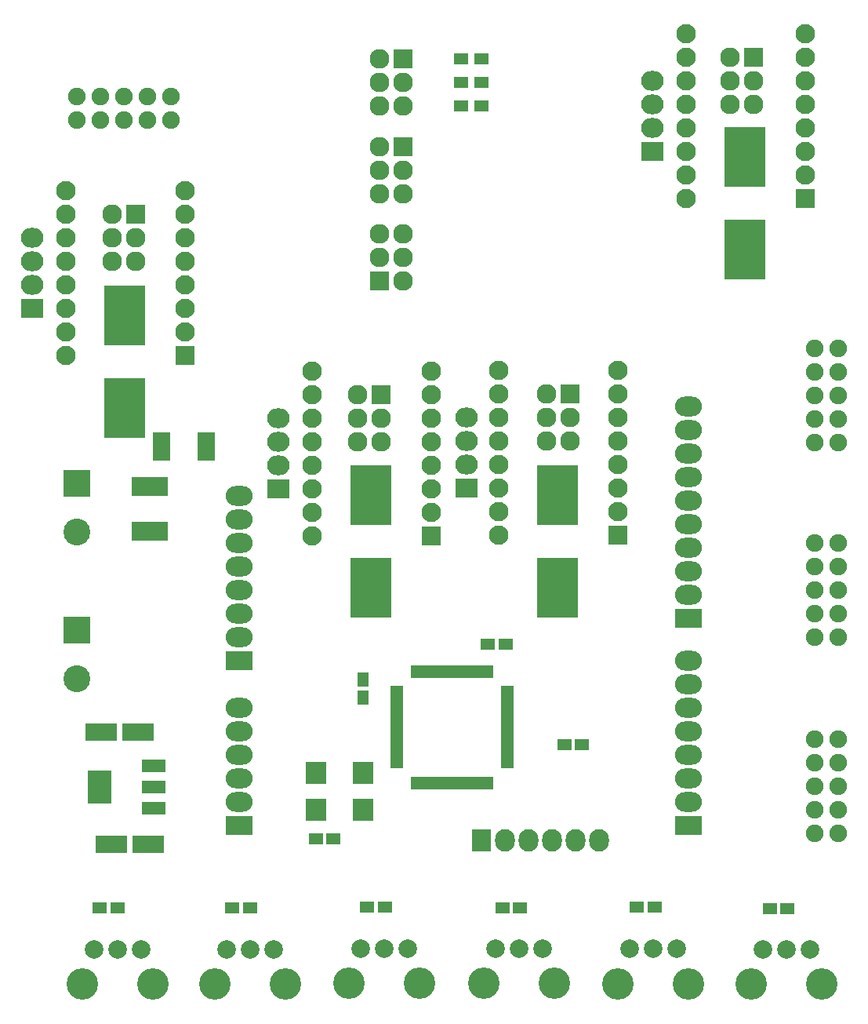
<source format=gts>
G04 #@! TF.FileFunction,Soldermask,Top*
%FSLAX46Y46*%
G04 Gerber Fmt 4.6, Leading zero omitted, Abs format (unit mm)*
G04 Created by KiCad (PCBNEW 4.0.0-rc1-stable) date 23.12.2015 15:42:51*
%MOMM*%
G01*
G04 APERTURE LIST*
%ADD10C,0.150000*%
%ADD11C,2.900000*%
%ADD12R,2.900000X2.900000*%
%ADD13C,3.400000*%
%ADD14C,2.000000*%
%ADD15R,1.600000X1.300000*%
%ADD16C,1.906220*%
%ADD17R,2.550000X1.350000*%
%ADD18R,2.550000X3.650000*%
%ADD19R,3.399740X1.901140*%
%ADD20R,1.600000X1.150000*%
%ADD21R,2.900000X2.127200*%
%ADD22O,2.900000X2.127200*%
%ADD23R,2.200000X2.400000*%
%ADD24R,2.127200X2.432000*%
%ADD25O,2.127200X2.432000*%
%ADD26R,3.900000X2.000000*%
%ADD27R,1.901140X3.100020*%
%ADD28R,1.150000X1.600000*%
%ADD29R,2.127200X2.127200*%
%ADD30O,2.127200X2.127200*%
%ADD31R,2.432000X2.127200*%
%ADD32O,2.432000X2.127200*%
%ADD33R,0.849580X1.400000*%
%ADD34R,1.400000X0.849580*%
%ADD35C,2.100000*%
%ADD36R,2.100000X2.100000*%
%ADD37R,4.400000X6.400000*%
G04 APERTURE END LIST*
D10*
D11*
X7137400Y54084400D03*
D12*
X7137400Y59334400D03*
D13*
X79933800Y5292400D03*
D14*
X81203800Y9042400D03*
X83743800Y9042400D03*
X86283800Y9042400D03*
D13*
X87553800Y5292400D03*
X65532000Y5317800D03*
D14*
X66802000Y9067800D03*
X69342000Y9067800D03*
X71882000Y9067800D03*
D13*
X73152000Y5317800D03*
X51079400Y5343200D03*
D14*
X52349400Y9093200D03*
X54889400Y9093200D03*
X57429400Y9093200D03*
D13*
X58699400Y5343200D03*
X36525200Y5343200D03*
D14*
X37795200Y9093200D03*
X40335200Y9093200D03*
X42875200Y9093200D03*
D13*
X44145200Y5343200D03*
X21971000Y5292400D03*
D14*
X23241000Y9042400D03*
X25781000Y9042400D03*
X28321000Y9042400D03*
D13*
X29591000Y5292400D03*
X7670800Y5292400D03*
D14*
X8940800Y9042400D03*
X11480800Y9042400D03*
X14020800Y9042400D03*
D13*
X15290800Y5292400D03*
D15*
X50757000Y105130600D03*
X48557000Y105130600D03*
X50757000Y102590600D03*
X48557000Y102590600D03*
X50757000Y100050600D03*
X48557000Y100050600D03*
D16*
X7086600Y98475800D03*
X7086600Y101015800D03*
X9626600Y98475800D03*
X9626600Y101015800D03*
X12166600Y98475800D03*
X12166600Y101015800D03*
X14706600Y98475800D03*
X14706600Y101015800D03*
X17246600Y98475800D03*
X17246600Y101015800D03*
X86741000Y73863200D03*
X89281000Y73863200D03*
X86741000Y71323200D03*
X89281000Y71323200D03*
X86741000Y68783200D03*
X89281000Y68783200D03*
X86741000Y66243200D03*
X89281000Y66243200D03*
X86741000Y63703200D03*
X89281000Y63703200D03*
X86741000Y52832000D03*
X89281000Y52832000D03*
X86741000Y50292000D03*
X89281000Y50292000D03*
X86741000Y47752000D03*
X89281000Y47752000D03*
X86741000Y45212000D03*
X89281000Y45212000D03*
X86741000Y42672000D03*
X89281000Y42672000D03*
X86791800Y31673800D03*
X89331800Y31673800D03*
X86791800Y29133800D03*
X89331800Y29133800D03*
X86791800Y26593800D03*
X89331800Y26593800D03*
X86791800Y24053800D03*
X89331800Y24053800D03*
X86791800Y21513800D03*
X89331800Y21513800D03*
D17*
X15367000Y28843000D03*
X15367000Y24243000D03*
X15367000Y26543000D03*
D18*
X9567000Y26543000D03*
D19*
X9748520Y32448500D03*
X13746480Y32448500D03*
X14825980Y20320000D03*
X10828020Y20320000D03*
D20*
X9591000Y13462000D03*
X11491000Y13462000D03*
D21*
X73138000Y22352000D03*
D22*
X73138000Y24892000D03*
X73138000Y27432000D03*
X73138000Y29972000D03*
X73138000Y32512000D03*
X73138000Y35052000D03*
X73138000Y37592000D03*
X73138000Y40132000D03*
D23*
X32893000Y28066500D03*
X37973000Y28066500D03*
X37973000Y24066500D03*
X32893000Y24066500D03*
D21*
X73138000Y44696000D03*
D22*
X73138000Y47236000D03*
X73138000Y49776000D03*
X73138000Y52316000D03*
X73138000Y54856000D03*
X73138000Y57396000D03*
X73138000Y59936000D03*
X73138000Y62476000D03*
X73138000Y65016000D03*
X73138000Y67556000D03*
D21*
X24638000Y22352000D03*
D22*
X24638000Y24892000D03*
X24638000Y27432000D03*
X24638000Y29972000D03*
X24638000Y32512000D03*
X24638000Y35052000D03*
D21*
X24638000Y40152000D03*
D22*
X24638000Y42692000D03*
X24638000Y45232000D03*
X24638000Y47772000D03*
X24638000Y50312000D03*
X24638000Y52852000D03*
X24638000Y55392000D03*
X24638000Y57932000D03*
D24*
X50825400Y20751800D03*
D25*
X53365400Y20751800D03*
X55905400Y20751800D03*
X58445400Y20751800D03*
X60985400Y20751800D03*
X63525400Y20751800D03*
D11*
X7112000Y38247500D03*
D12*
X7112000Y43497500D03*
D26*
X15011400Y58978800D03*
X15011400Y54102000D03*
D27*
X16294100Y63271400D03*
X21094700Y63271400D03*
D20*
X23891200Y13487400D03*
X25791200Y13487400D03*
X38445400Y13563600D03*
X40345400Y13563600D03*
X53075800Y13512800D03*
X54975800Y13512800D03*
X32895500Y20955000D03*
X34795500Y20955000D03*
X81955600Y13385800D03*
X83855600Y13385800D03*
X59756000Y31115000D03*
X61656000Y31115000D03*
X51501000Y41973500D03*
X53401000Y41973500D03*
X67579200Y13563600D03*
X69479200Y13563600D03*
D28*
X37973000Y36197500D03*
X37973000Y38097500D03*
D29*
X42291000Y95605600D03*
D30*
X39751000Y95605600D03*
X42291000Y93065600D03*
X39751000Y93065600D03*
X42291000Y90525600D03*
X39751000Y90525600D03*
D29*
X39751000Y81127600D03*
D30*
X42291000Y81127600D03*
X39751000Y83667600D03*
X42291000Y83667600D03*
X39751000Y86207600D03*
X42291000Y86207600D03*
D31*
X2260600Y78155800D03*
D32*
X2260600Y80695800D03*
X2260600Y83235800D03*
X2260600Y85775800D03*
D29*
X13436600Y88315800D03*
D30*
X10896600Y88315800D03*
X13436600Y85775800D03*
X10896600Y85775800D03*
X13436600Y83235800D03*
X10896600Y83235800D03*
D29*
X80200500Y105283000D03*
D30*
X77660500Y105283000D03*
X80200500Y102743000D03*
X77660500Y102743000D03*
X80200500Y100203000D03*
X77660500Y100203000D03*
D31*
X69215000Y95123000D03*
D32*
X69215000Y97663000D03*
X69215000Y100203000D03*
X69215000Y102743000D03*
D31*
X28829000Y58699400D03*
D32*
X28829000Y61239400D03*
X28829000Y63779400D03*
X28829000Y66319400D03*
D29*
X39941500Y68859400D03*
D30*
X37401500Y68859400D03*
X39941500Y66319400D03*
X37401500Y66319400D03*
X39941500Y63779400D03*
X37401500Y63779400D03*
D31*
X49149000Y58762900D03*
D32*
X49149000Y61302900D03*
X49149000Y63842900D03*
X49149000Y66382900D03*
D29*
X60388500Y68922900D03*
D30*
X57848500Y68922900D03*
X60388500Y66382900D03*
X57848500Y66382900D03*
X60388500Y63842900D03*
X57848500Y63842900D03*
D29*
X42291000Y105130600D03*
D30*
X39751000Y105130600D03*
X42291000Y102590600D03*
X39751000Y102590600D03*
X42291000Y100050600D03*
X39751000Y100050600D03*
D33*
X43624500Y26987500D03*
X44422060Y26987500D03*
X45222160Y26987500D03*
X46022260Y26987500D03*
X46822360Y26987500D03*
X47622460Y26987500D03*
X48422560Y26987500D03*
X49222660Y26987500D03*
X50022760Y26987500D03*
X50822860Y26987500D03*
X51622960Y26987500D03*
D34*
X53624480Y28986480D03*
X53624480Y29786580D03*
X53624480Y30586680D03*
X53624480Y31386780D03*
X53624480Y32186880D03*
X53624480Y32986980D03*
X53624480Y33787080D03*
X53624480Y34587180D03*
X53624480Y35387280D03*
X53624480Y36187380D03*
X53624480Y36987480D03*
D33*
X51622960Y38986460D03*
X50822860Y38986460D03*
X50022760Y38986460D03*
X49222660Y38986460D03*
X48422560Y38986460D03*
X47622460Y38986460D03*
X46822360Y38986460D03*
X46022260Y38986460D03*
X45222160Y38986460D03*
X44422060Y38986460D03*
X43624500Y38986460D03*
D34*
X41625520Y36987480D03*
X41625520Y36187380D03*
X41625520Y35387280D03*
X41625520Y34587180D03*
X41625520Y33787080D03*
X41625520Y32986980D03*
X41625520Y32186880D03*
X41625520Y31386780D03*
X41625520Y30586680D03*
X41625520Y29786580D03*
X41625520Y28986480D03*
D35*
X5920600Y88315800D03*
X5920600Y90855800D03*
X5920600Y85775800D03*
X5920600Y83235800D03*
X5920600Y80695800D03*
X5920600Y78155800D03*
X5920600Y75615800D03*
X5920600Y73075800D03*
D36*
X18770600Y73075800D03*
D35*
X18770600Y75615800D03*
X18770600Y78155800D03*
X18770600Y80695800D03*
X18770600Y83235800D03*
X18770600Y85775800D03*
X18770600Y90855800D03*
X18770600Y88315800D03*
X52682000Y68922900D03*
X52682000Y71462900D03*
X52682000Y66382900D03*
X52682000Y63842900D03*
X52682000Y61302900D03*
X52682000Y58762900D03*
X52682000Y56222900D03*
X52682000Y53682900D03*
D36*
X65532000Y53682900D03*
D35*
X65532000Y56222900D03*
X65532000Y58762900D03*
X65532000Y61302900D03*
X65532000Y63842900D03*
X65532000Y66382900D03*
X65532000Y71462900D03*
X65532000Y68922900D03*
X32489000Y68859400D03*
X32489000Y71399400D03*
X32489000Y66319400D03*
X32489000Y63779400D03*
X32489000Y61239400D03*
X32489000Y58699400D03*
X32489000Y56159400D03*
X32489000Y53619400D03*
D36*
X45339000Y53619400D03*
D35*
X45339000Y56159400D03*
X45339000Y58699400D03*
X45339000Y61239400D03*
X45339000Y63779400D03*
X45339000Y66319400D03*
X45339000Y71399400D03*
X45339000Y68859400D03*
X72875000Y105283000D03*
X72875000Y107823000D03*
X72875000Y102743000D03*
X72875000Y100203000D03*
X72875000Y97663000D03*
X72875000Y95123000D03*
X72875000Y92583000D03*
X72875000Y90043000D03*
D36*
X85725000Y90043000D03*
D35*
X85725000Y92583000D03*
X85725000Y95123000D03*
X85725000Y97663000D03*
X85725000Y100203000D03*
X85725000Y102743000D03*
X85725000Y107823000D03*
X85725000Y105283000D03*
D37*
X12268200Y77386200D03*
X12268200Y67386200D03*
X79222600Y94531200D03*
X79222600Y84531200D03*
X38862000Y58031400D03*
X38862000Y48031400D03*
X59029600Y58031400D03*
X59029600Y48031400D03*
M02*

</source>
